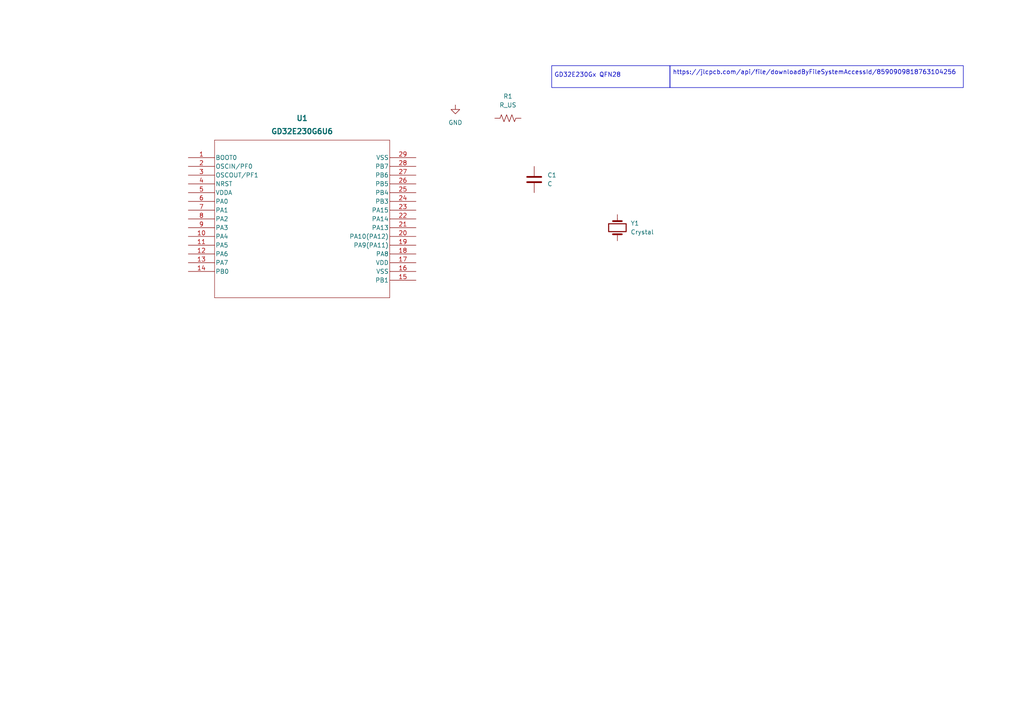
<source format=kicad_sch>
(kicad_sch (version 20231120) (generator "eeschema") (generator_version "8.0")
  (paper "A4")
  (lib_symbols
    (symbol "Device:C" (pin_numbers hide) (pin_names (offset 0.254))
      (property "Reference" "C" (at 0.635 2.54 0))
      (property "Value" "C" (at 0.635 -2.54 0))
      (symbol "C_0_1"
        (polyline (pts (xy -2.032 -0.762) (xy 2.032 -0.762)) (stroke (width 0.508)))
        (polyline (pts (xy -2.032 0.762) (xy 2.032 0.762)) (stroke (width 0.508)))
      )
      (symbol "C_1_1"
        (pin passive line (at 0 3.81 270) (length 2.794) (name "~") (number "1"))
        (pin passive line (at 0 -3.81 90) (length 2.794) (name "~") (number "2"))
      )
    )
    (symbol "Device:Crystal" (pin_numbers hide) (pin_names (offset 1.016) hide)
      (property "Reference" "Y" (at 0 3.81 0))
      (property "Value" "Crystal" (at 0 -3.81 0))
      (symbol "Crystal_0_1"
        (rectangle (start -1.143 2.54) (end 1.143 -2.54) (stroke (width 0.3048)))
        (polyline (pts (xy -2.54 0) (xy -1.905 0)))
        (polyline (pts (xy -1.905 -1.27) (xy -1.905 1.27)) (stroke (width 0.508)))
        (polyline (pts (xy 1.905 -1.27) (xy 1.905 1.27)) (stroke (width 0.508)))
        (polyline (pts (xy 2.54 0) (xy 1.905 0)))
      )
      (symbol "Crystal_1_1"
        (pin passive line (at -3.81 0 0) (length 1.27) (name "1") (number "1"))
        (pin passive line (at 3.81 0 180) (length 1.27) (name "2") (number "2"))
      )
    )
    (symbol "Device:R_US" (pin_numbers hide) (pin_names (offset 0))
      (property "Reference" "R" (at 2.54 0 90))
      (property "Value" "R_US" (at -2.54 0 90))
      (symbol "R_US_0_1"
        (polyline (pts (xy 0 -2.286) (xy 0 -2.54)))
        (polyline (pts (xy 0 2.286) (xy 0 2.54)))
        (polyline (pts (xy 0 -0.762) (xy 1.016 -1.143) (xy 0 -1.524) (xy -1.016 -1.905) (xy 0 -2.286)))
        (polyline (pts (xy 0 0.762) (xy 1.016 0.381) (xy 0 0) (xy -1.016 -0.381) (xy 0 -0.762)))
        (polyline (pts (xy 0 2.286) (xy 1.016 1.905) (xy 0 1.524) (xy -1.016 1.143) (xy 0 0.762)))
      )
      (symbol "R_US_1_1"
        (pin passive line (at 0 3.81 270) (length 1.27) (name "~") (number "1"))
        (pin passive line (at 0 -3.81 90) (length 1.27) (name "~") (number "2"))
      )
    )
    (symbol "GD32E230G6U6:GD32E230G6U6" (pin_names (offset 0.254))
      (property "Reference" "U" (at 33.02 10.16 0))
      (property "Value" "GD32E230G6U6" (at 33.02 7.62 0))
      (symbol "GD32E230G6U6_0_1"
        (polyline (pts (xy 7.62 -40.64) (xy 58.42 -40.64)) (stroke (width 0.127)))
        (polyline (pts (xy 7.62 5.08) (xy 7.62 -40.64)) (stroke (width 0.127)))
        (polyline (pts (xy 58.42 -40.64) (xy 58.42 5.08)) (stroke (width 0.127)))
        (polyline (pts (xy 58.42 5.08) (xy 7.62 5.08)) (stroke (width 0.127)))
        (pin input line (at 0 0 0) (length 7.62) (name "BOOT0") (number "1"))
        (pin bidirectional line (at 0 -22.86 0) (length 7.62) (name "PA4") (number "10"))
        (pin bidirectional line (at 0 -25.4 0) (length 7.62) (name "PA5") (number "11"))
        (pin bidirectional line (at 0 -27.94 0) (length 7.62) (name "PA6") (number "12"))
        (pin bidirectional line (at 0 -30.48 0) (length 7.62) (name "PA7") (number "13"))
        (pin bidirectional line (at 0 -33.02 0) (length 7.62) (name "PB0") (number "14"))
        (pin bidirectional line (at 66.04 -35.56 180) (length 7.62) (name "PB1") (number "15"))
        (pin power_out line (at 66.04 -33.02 180) (length 7.62) (name "VSS") (number "16"))
        (pin power_in line (at 66.04 -30.48 180) (length 7.62) (name "VDD") (number "17"))
        (pin bidirectional line (at 66.04 -27.94 180) (length 7.62) (name "PA8") (number "18"))
        (pin bidirectional line (at 66.04 -25.4 180) (length 7.62) (name "PA9(PA11)") (number "19"))
        (pin bidirectional line (at 0 -2.54 0) (length 7.62) (name "OSCIN/PF0") (number "2"))
        (pin bidirectional line (at 66.04 -22.86 180) (length 7.62) (name "PA10(PA12)") (number "20"))
        (pin bidirectional line (at 66.04 -20.32 180) (length 7.62) (name "PA13") (number "21"))
        (pin bidirectional line (at 66.04 -17.78 180) (length 7.62) (name "PA14") (number "22"))
        (pin bidirectional line (at 66.04 -15.24 180) (length 7.62) (name "PA15") (number "23"))
        (pin bidirectional line (at 66.04 -12.7 180) (length 7.62) (name "PB3") (number "24"))
        (pin bidirectional line (at 66.04 -10.16 180) (length 7.62) (name "PB4") (number "25"))
        (pin bidirectional line (at 66.04 -7.62 180) (length 7.62) (name "PB5") (number "26"))
        (pin bidirectional line (at 66.04 -5.08 180) (length 7.62) (name "PB6") (number "27"))
        (pin bidirectional line (at 66.04 -2.54 180) (length 7.62) (name "PB7") (number "28"))
        (pin power_out line (at 66.04 0 180) (length 7.62) (name "VSS") (number "29"))
        (pin bidirectional line (at 0 -5.08 0) (length 7.62) (name "OSCOUT/PF1") (number "3"))
        (pin bidirectional line (at 0 -7.62 0) (length 7.62) (name "NRST") (number "4"))
        (pin power_in line (at 0 -10.16 0) (length 7.62) (name "VDDA") (number "5"))
        (pin bidirectional line (at 0 -12.7 0) (length 7.62) (name "PA0") (number "6"))
        (pin bidirectional line (at 0 -15.24 0) (length 7.62) (name "PA1") (number "7"))
        (pin bidirectional line (at 0 -17.78 0) (length 7.62) (name "PA2") (number "8"))
        (pin bidirectional line (at 0 -20.32 0) (length 7.62) (name "PA3") (number "9"))
      )
    )
    (symbol "power:GND" (power) (pin_numbers hide) (pin_names (offset 0) hide)
      (property "Value" "GND" (at 0 -3.81 0))
      (symbol "GND_0_1"
        (polyline (pts (xy 0 0) (xy 0 -1.27) (xy 1.27 -1.27) (xy 0 -2.54) (xy -1.27 -1.27) (xy 0 -1.27)))
      )
      (symbol "GND_1_1"
        (pin power_in line (at 0 0 270) (length 0) (name "~") (number "1"))
      )
    )
  )
  (rectangle (start 160.02 19.05) (end 194.31 25.4))
  (rectangle (start 194.31 19.05) (end 279.4 25.4))
  (text "https://jlcpcb.com/api/file/downloadByFileSystemAccessId/8590909818763104256" (at 236.22 21.082 0) (effects (font (size 1.27 1.27))))
  (text "GD32E230Gx QFN28" (at 170.434 21.844 0) (effects (font (size 1.27 1.27))))
  (symbol (lib_id "power:GND") (at 132.08 30.48 0) (unit 1)
    (property "Reference" "#PWR01" (effects (hide yes)))
    (property "Value" "GND" (at 132.08 35.56 0))
    (property "Description" "Power symbol creates a global label with name \"GND\" , ground" (effects (hide yes)))
  )
  (symbol (lib_id "Device:C") (at 154.94 52.07 0) (unit 1)
    (property "Reference" "C1" (at 158.75 50.7999 0) (effects (justify left)))
    (property "Value" "C" (at 158.75 53.3399 0) (effects (justify left)))
    (property "Description" "Unpolarized capacitor" (effects (hide yes)))
  )
  (symbol (lib_id "Device:R_US") (at 147.32 34.29 90) (unit 1)
    (property "Reference" "R1" (at 147.32 27.94 90))
    (property "Value" "R_US" (at 147.32 30.48 90))
    (property "Description" "Resistor, US symbol" (effects (hide yes)))
  )
  (symbol (lib_id "Device:Crystal") (at 179.07 66.04 90) (unit 1)
    (property "Reference" "Y1" (at 182.88 64.7699 90) (effects (justify right)))
    (property "Value" "Crystal" (at 182.88 67.3099 90) (effects (justify right)))
    (property "Description" "Two pin crystal" (effects (hide yes)))
  )
  (symbol (lib_id "GD32E230G6U6:GD32E230G6U6") (at 54.61 45.72 0) (unit 1)
    (property "Reference" "U1" (at 87.63 34.29 0) (effects (font (size 1.524 1.524) (thickness 0.3048) (bold yes))))
    (property "Value" "GD32E230G6U6" (at 87.63 38.1 0) (effects (font (size 1.524 1.524) (thickness 0.3048) (bold yes))))
    (property "Footprint" "QFN28_GDV" (effects (hide yes)))
    (property "Datasheet" "GD32E230G6U6" (effects (hide yes)))
  )
)
</source>
